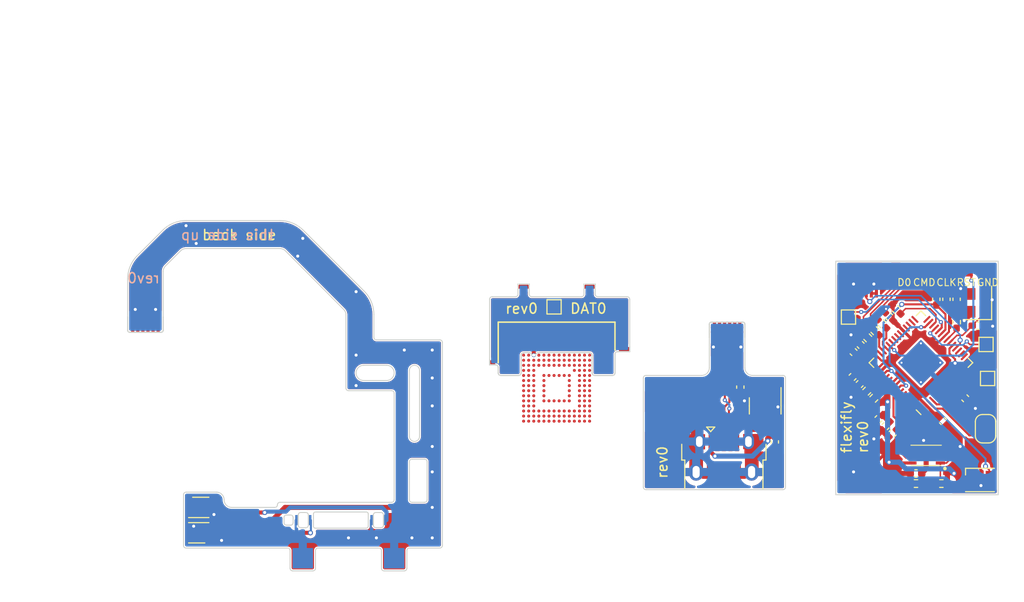
<source format=kicad_pcb>
(kicad_pcb (version 20221018) (generator pcbnew)

  (general
    (thickness 0.115)
  )

  (paper "A4")
  (layers
    (0 "F.Cu" signal)
    (31 "B.Cu" signal)
    (32 "B.Adhes" user "B.Adhesive")
    (33 "F.Adhes" user "F.Adhesive")
    (34 "B.Paste" user)
    (35 "F.Paste" user)
    (36 "B.SilkS" user "B.Silkscreen")
    (37 "F.SilkS" user "F.Silkscreen")
    (38 "B.Mask" user)
    (39 "F.Mask" user)
    (40 "Dwgs.User" user "User.Drawings")
    (41 "Cmts.User" user "User.Comments")
    (42 "Eco1.User" user "User.Eco1")
    (43 "Eco2.User" user "User.Eco2")
    (44 "Edge.Cuts" user)
    (45 "Margin" user)
    (46 "B.CrtYd" user "B.Courtyard")
    (47 "F.CrtYd" user "F.Courtyard")
    (48 "B.Fab" user)
    (49 "F.Fab" user)
    (50 "User.1" user)
    (51 "User.2" user)
    (52 "User.3" user)
    (53 "User.4" user)
    (54 "User.5" user)
    (55 "User.6" user)
    (56 "User.7" user)
    (57 "User.8" user)
    (58 "User.9" user)
  )

  (setup
    (stackup
      (layer "F.SilkS" (type "Top Silk Screen"))
      (layer "F.Paste" (type "Top Solder Paste"))
      (layer "F.Mask" (type "Top Solder Mask") (thickness 0.01))
      (layer "F.Cu" (type "copper") (thickness 0.035))
      (layer "dielectric 1" (type "core") (color "Polyimide") (thickness 0.025) (material "Polyimide") (epsilon_r 3.2) (loss_tangent 0.004))
      (layer "B.Cu" (type "copper") (thickness 0.035))
      (layer "B.Mask" (type "Bottom Solder Mask") (thickness 0.01))
      (layer "B.Paste" (type "Bottom Solder Paste"))
      (layer "B.SilkS" (type "Bottom Silk Screen"))
      (copper_finish "None")
      (dielectric_constraints no)
    )
    (pad_to_mask_clearance 0)
    (pcbplotparams
      (layerselection 0x00010fc_ffffffff)
      (plot_on_all_layers_selection 0x0000000_00000000)
      (disableapertmacros false)
      (usegerberextensions false)
      (usegerberattributes true)
      (usegerberadvancedattributes true)
      (creategerberjobfile true)
      (dashed_line_dash_ratio 12.000000)
      (dashed_line_gap_ratio 3.000000)
      (svgprecision 4)
      (plotframeref false)
      (viasonmask false)
      (mode 1)
      (useauxorigin false)
      (hpglpennumber 1)
      (hpglpenspeed 20)
      (hpglpendiameter 15.000000)
      (dxfpolygonmode true)
      (dxfimperialunits true)
      (dxfusepcbnewfont true)
      (psnegative false)
      (psa4output false)
      (plotreference true)
      (plotvalue true)
      (plotinvisibletext false)
      (sketchpadsonfab false)
      (subtractmaskfromsilk false)
      (outputformat 1)
      (mirror false)
      (drillshape 1)
      (scaleselection 1)
      (outputdirectory "")
    )
  )

  (net 0 "")
  (net 1 "+3V3")
  (net 2 "GND")
  (net 3 "/XIN")
  (net 4 "Net-(C3-Pad2)")
  (net 5 "+1V1")
  (net 6 "GND1")
  (net 7 "VBUS")
  (net 8 "unconnected-(D1-DOUT-Pad2)")
  (net 9 "/STATUS_LED")
  (net 10 "Net-(J6-Pin_3)")
  (net 11 "GND2")
  (net 12 "/QSPI_~{CS}")
  (net 13 "/~{USB_BOOT}")
  (net 14 "/XOUT")
  (net 15 "/USB_DP")
  (net 16 "/DP")
  (net 17 "/NX_CLK")
  (net 18 "Net-(U1-GPIO27_ADC1)")
  (net 19 "/NX_CMD")
  (net 20 "Net-(U1-GPIO28_ADC2)")
  (net 21 "/NX_D0")
  (net 22 "Net-(U1-GPIO29_ADC3)")
  (net 23 "/RP2040_~{USB_BOOT}")
  (net 24 "/TRAINING_RESET_A")
  (net 25 "/TRAINING_RESET_B")
  (net 26 "unconnected-(U1-GPIO2-Pad4)")
  (net 27 "unconnected-(U1-GPIO3-Pad5)")
  (net 28 "unconnected-(U1-GPIO4-Pad6)")
  (net 29 "unconnected-(U1-GPIO5-Pad7)")
  (net 30 "unconnected-(U1-GPIO6-Pad8)")
  (net 31 "unconnected-(U1-GPIO7-Pad9)")
  (net 32 "unconnected-(U1-GPIO8-Pad11)")
  (net 33 "unconnected-(U1-GPIO9-Pad12)")
  (net 34 "unconnected-(U1-GPIO10-Pad13)")
  (net 35 "unconnected-(U1-GPIO11-Pad14)")
  (net 36 "unconnected-(U1-GPIO12-Pad15)")
  (net 37 "unconnected-(U1-GPIO13-Pad16)")
  (net 38 "unconnected-(U1-GPIO14-Pad17)")
  (net 39 "/NX_CPU")
  (net 40 "/SWCLK")
  (net 41 "/SWD")
  (net 42 "/RUN")
  (net 43 "unconnected-(U1-GPIO17-Pad28)")
  (net 44 "unconnected-(U1-GPIO18-Pad29)")
  (net 45 "unconnected-(U1-GPIO19-Pad30)")
  (net 46 "unconnected-(U1-GPIO20-Pad31)")
  (net 47 "unconnected-(U1-GPIO21-Pad32)")
  (net 48 "unconnected-(U1-GPIO22-Pad34)")
  (net 49 "unconnected-(U1-GPIO23-Pad35)")
  (net 50 "unconnected-(U1-GPIO24-Pad36)")
  (net 51 "unconnected-(U1-GPIO25-Pad37)")
  (net 52 "/NX_RST")
  (net 53 "/QSPI_SD3")
  (net 54 "/QSPI_CLK")
  (net 55 "/QSPI_SD0")
  (net 56 "/QSPI_SD2")
  (net 57 "/QSPI_SD1")
  (net 58 "/D+")
  (net 59 "/D-")
  (net 60 "Net-(C16-Pad1)")
  (net 61 "Net-(C15-Pad1)")
  (net 62 "/DAT0")
  (net 63 "unconnected-(J3-ID-Pad4)")
  (net 64 "/USB_DN")
  (net 65 "/DN")

  (footprint "TestPoint:TestPoint_Pad_1.0x1.0mm" (layer "F.Cu") (at 167.25 52.5))

  (footprint "Capacitor_SMD:C_0402_1005Metric_Pad0.74x0.62mm_HandSolder" (layer "F.Cu") (at 178.75 60.5 135))

  (footprint "Capacitor_SMD:C_0402_1005Metric_Pad0.74x0.62mm_HandSolder" (layer "F.Cu") (at 168.35 59.1 45))

  (footprint "Capacitor_SMD:C_0402_1005Metric_Pad0.74x0.62mm_HandSolder" (layer "F.Cu") (at 177.9 50.75 -90))

  (footprint "Resistor_SMD:R_0402_1005Metric_Pad0.72x0.64mm_HandSolder" (layer "F.Cu") (at 171.95 51.75 -45))

  (footprint "TestPoint:TestPoint_Pad_1.0x1.0mm" (layer "F.Cu") (at 138.25 51.5))

  (footprint "Capacitor_SMD:C_0402_1005Metric_Pad0.74x0.62mm_HandSolder" (layer "F.Cu") (at 175.9 50.75 -90))

  (footprint "flexifly:FPC_1x06_P0.50mm" (layer "F.Cu") (at 155.295832 53.75))

  (footprint "TestPoint:TestPoint_Pad_1.0x1.0mm" (layer "F.Cu") (at 177 48))

  (footprint "TestPoint:TestPoint_Pad_1.0x1.0mm" (layer "F.Cu") (at 181 48))

  (footprint "TestPoint:TestPoint_Pad_1.0x1.0mm" (layer "F.Cu") (at 180.8 55.2))

  (footprint "flexifly:HCTL_HC-FPC-05-09-6RLTAG_1x06-1MP_P0.50mm_Horizontal" (layer "F.Cu") (at 168.75 47.275 180))

  (footprint "flexifly:dat0_adapter" (layer "F.Cu") (at 138.5 59.505))

  (footprint "TestPoint:TestPoint_Pad_1.0x1.0mm" (layer "F.Cu") (at 179 48))

  (footprint "Capacitor_SMD:C_0402_1005Metric_Pad0.74x0.62mm_HandSolder" (layer "F.Cu") (at 171.6 63.95 45))

  (footprint "Crystal:Crystal_SMD_2520-4Pin_2.5x2.0mm" (layer "F.Cu") (at 179.95 51.1 90))

  (footprint "Capacitor_SMD:C_0402_1005Metric_Pad0.74x0.62mm_HandSolder" (layer "F.Cu") (at 170.2 62.55 45))

  (footprint "flexifly:FBGA_153_P0.50mm" (layer "F.Cu") (at 138.5 59.505))

  (footprint "Resistor_SMD:R_0402_1005Metric_Pad0.72x0.64mm_HandSolder" (layer "F.Cu") (at 169.75 60.5 45))

  (footprint "Capacitor_SMD:C_0402_1005Metric_Pad0.74x0.62mm_HandSolder" (layer "F.Cu") (at 176.55 62.75 135))

  (footprint "Capacitor_SMD:C_0402_1005Metric_Pad0.74x0.62mm_HandSolder" (layer "F.Cu") (at 156.595832 59.4 90))

  (footprint "flexifly:W25QxxxxUXxx" (layer "F.Cu") (at 174.9 66.125))

  (footprint "Capacitor_SMD:C_0402_1005Metric_Pad0.74x0.62mm_HandSolder" (layer "F.Cu") (at 176.9 50.75 -90))

  (footprint "TestPoint:TestPoint_Pad_1.0x1.0mm" (layer "F.Cu") (at 180.95 58.55))

  (footprint "TestPoint:TestPoint_Pad_1.0x1.0mm" (layer "F.Cu") (at 175 48))

  (footprint "Capacitor_SMD:C_0402_1005Metric_Pad0.74x0.62mm_HandSolder" (layer "F.Cu") (at 171.25 52.45 -45))

  (footprint "Capacitor_SMD:C_0402_1005Metric_Pad0.74x0.62mm_HandSolder" (layer "F.Cu") (at 159.995832 64.8 -90))

  (footprint "TestPoint:TestPoint_Pad_1.0x1.0mm" (layer "F.Cu") (at 173 48))

  (footprint "flexifly:MicroFET_2x2" (layer "F.Cu") (at 103.25 73.75 90))

  (footprint "flexifly:Conn_BGA_shim" (layer "F.Cu") (at 136.25 56.25))

  (footprint "flexifly:SW_SPST_XKB_1187A-B-A-B" (layer "F.Cu") (at 150.795832 60.95 180))

  (footprint "Capacitor_SMD:C_0402_1005Metric_Pad0.74x0.62mm_HandSolder" (layer "F.Cu") (at 168.45 55.25 -45))

  (footprint "Jumper:SolderJumper-2_P1.3mm_Open_RoundedPad1.0x1.5mm" (layer "F.Cu") (at 180.75 63.5 -90))

  (footprint "Package_TO_SOT_SMD:SOT-23-3" (layer "F.Cu") (at 159.045832 61.25 -90))

  (footprint "Capacitor_SMD:C_0402_1005Metric_Pad0.74x0.62mm_HandSolder" (layer "F.Cu") (at 167.75 55.95 -45))

  (footprint "Capacitor_SMD:C_0402_1005Metric_Pad0.74x0.62mm_HandSolder" (layer "F.Cu") (at 180 53.35 180))

  (footprint "flexifly:MicroFET_2x2" (layer "F.Cu") (at 103.25 71.25 -90))

  (footprint "Resistor_SMD:R_0402_1005Metric_Pad0.72x0.64mm_HandSolder" (layer "F.Cu") (at 176.4 68.9 180))

  (footprint "flexifly:FPC_1x06_P0.50mm" (layer "F.Cu") (at 98 53.25 180))

  (footprint "LED_SMD:LED_WS2812B-2020_PLCC4_2.0x2.0mm" (layer "F.Cu") (at 180.2 68.55))

  (footprint "Capacitor_SMD:C_0402_1005Metric_Pad0.74x0.62mm_HandSolder" (layer "F.Cu") (at 170.9 63.25 45))

  (footprint "Capacitor_SMD:C_0402_1005Metric_Pad0.74x0.62mm_HandSolder" (layer "F.Cu") (at 173.9 67.9))

  (footprint "Capacitor_SMD:C_0402_1005Metric_Pad0.74x0.62mm_HandSolder" (layer "F.Cu") (at 167.65 58.4 -135))

  (footprint "Resistor_SMD:R_0402_1005Metric_Pad0.72x0.64mm_HandSolder" (layer "F.Cu") (at 173.9 68.9))

  (footprint "Resistor_SMD:R_0402_1005Metric_Pad0.72x0.64mm_HandSolder" (layer "F.Cu") (at 169.05 59.8 -135))

  (footprint "Connector_USB:USB_Micro-B_Amphenol_10103594-0001LF_Horizontal" (layer "F.Cu") (at 155.000832 66.65))

  (footprint "Resistor_SMD:R_0402_1005Metric_Pad0.72x0.64mm_HandSolder" (layer "F.Cu") (at 170.55 53.15 -45))

  (footprint "Package_DFN_QFN:QFN-56-1EP_7x7mm_P0.4mm_EP3.2x3.2mm_ThermalVias" (layer "F.Cu") (at 174.384996 57 135))

  (footprint "Resistor_SMD:R_0402_1005Metric_Pad0.72x0.64mm_HandSolder" (layer "F.Cu")
    (tstamp f66f780e-8e96-4263-ba6e-7db2534b83ed)
    (at 169.15 54.55 -45)
    (descr "Resistor SMD 0402 (1005 Metric), square (rectangular) end terminal, IPC_7351 nominal with elongated pad for handsoldering. (Body size source: IPC-SM-782 page 72, https://www.pcb-3d.com/wordpress/wp-content/uploads/ipc-sm-782a_amendment_1_and_2.pdf), generated with kicad-footprint-generator")
    (tags "resistor handsolder")
    (property "Sheetfile" "flexifly.kicad_sch")
    (property "Sheetname" "")
    (property "ki_description" "Resistor")
    (property "ki_keywords" "R res resistor")
    (path "/da71d225-6811-4f4b-8b25-170048691591")
    (attr smd)
    (fp_text reference "R8" (at 0 -1.17 135) (layer "F.SilkS") hide
        (effects (font (size 1 1) (thickness 0.15)))
      (tstamp 1d35a5ea-0cb8-4710-bab4-ca7c9e48dbd4)
    )
    (fp_text value "47" (at 0 1.17 135) (layer "F.Fab")
     
... [331724 chars truncated]
</source>
